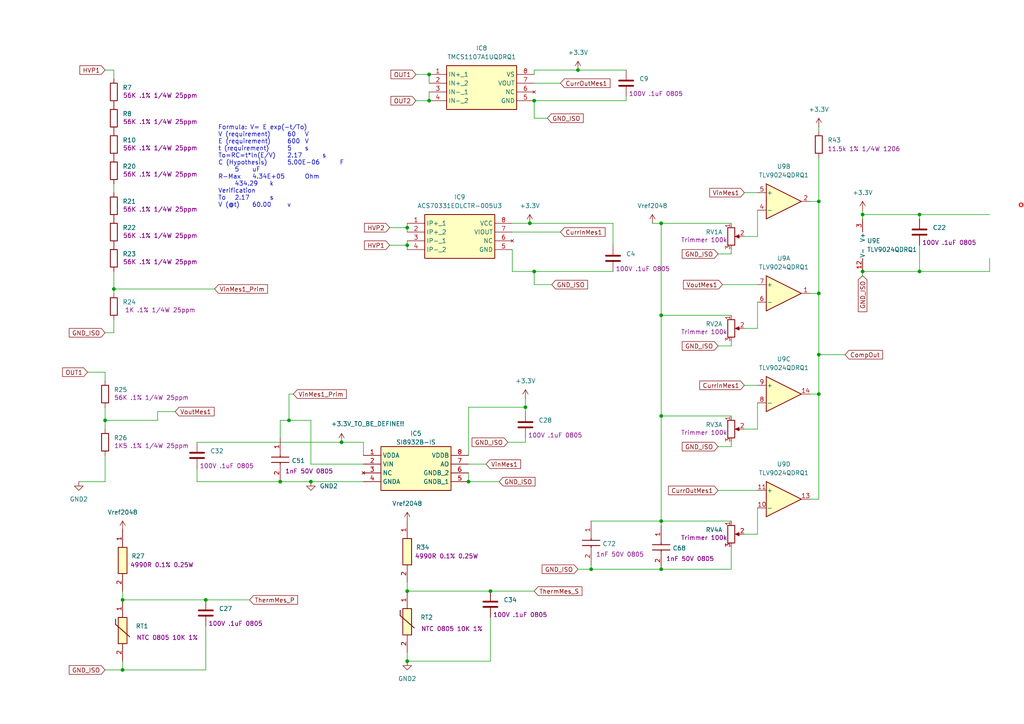
<source format=kicad_sch>
(kicad_sch (version 20250114) (generator "eeschema") (generator_version "9.0")
  (paper "A4")
  (lib_symbols
    (symbol "ACS70331EOLCTR-005U3:ACS70331EOLCTR-005U3"
      (property "Reference" "IC" (at 26.67 7.62 0))
      (property "Value" "ACS70331EOLCTR-005U3" (at 26.67 5.08 0))
      (symbol "ACS70331EOLCTR-005U3_1_1"
        (rectangle (start 5.08 2.54) (end 25.4 -10.16) (stroke (width 0.254)) (fill (type background)))
        (pin passive line (at 0 0 0) (length 5.08) (name "IP+_1") (number "1"))
        (pin passive line (at 0 -2.54 0) (length 5.08) (name "IP+_2") (number "2"))
        (pin passive line (at 0 -5.08 0) (length 5.08) (name "IP-_1") (number "3"))
        (pin passive line (at 0 -7.62 0) (length 5.08) (name "IP-_2") (number "4"))
        (pin passive line (at 30.48 0 180) (length 5.08) (name "VCC") (number "8"))
        (pin passive line (at 30.48 -2.54 180) (length 5.08) (name "VIOUT") (number "7"))
        (pin no_connect line (at 30.48 -5.08 180) (length 5.08) (name "NC") (number "6"))
        (pin passive line (at 30.48 -7.62 180) (length 5.08) (name "GND") (number "5"))
      )
    )
    (symbol "C0805C102J5GACTU:C0805C102J5GACTU" (pin_names (hide yes))
      (property "Reference" "C" (at 8.89 6.35 0))
      (property "Value" "C0805C102J5GACTU" (at 8.89 3.81 0))
      (symbol "C0805C102J5GACTU_1_1"
        (polyline (pts (xy 5.08 0) (xy 5.588 0)) (stroke (width 0.254)))
        (polyline (pts (xy 5.588 2.54) (xy 5.588 -2.54)) (stroke (width 0.254)))
        (polyline (pts (xy 7.112 2.54) (xy 7.112 -2.54)) (stroke (width 0.254)))
        (polyline (pts (xy 7.112 0) (xy 7.62 0)) (stroke (width 0.254)))
        (pin passive line (at 0 0 0) (length 5.08) (name "1") (number "1"))
        (pin passive line (at 12.7 0 180) (length 5.08) (name "2") (number "2"))
      )
    )
    (symbol "Device:C" (pin_numbers (hide yes)) (pin_names (offset 0.254))
      (property "Reference" "C" (at 0.635 2.54 0))
      (property "Value" "C" (at 0.635 -2.54 0))
      (symbol "C_0_1"
        (polyline (pts (xy -2.032 0.762) (xy 2.032 0.762)) (stroke (width 0.508)))
        (polyline (pts (xy -2.032 -0.762) (xy 2.032 -0.762)) (stroke (width 0.508)))
      )
      (symbol "C_1_1"
        (pin passive line (at 0 3.81 270) (length 2.794) (name "~") (number "1"))
        (pin passive line (at 0 -3.81 90) (length 2.794) (name "~") (number "2"))
      )
    )
    (symbol "Device:R" (pin_numbers (hide yes)) (pin_names (offset 0))
      (property "Reference" "R" (at 2.032 0 90))
      (property "Value" "R" (at 0 0 90))
      (symbol "R_0_1"
        (rectangle (start -1.016 -2.54) (end 1.016 2.54) (stroke (width 0.254)))
      )
      (symbol "R_1_1"
        (pin passive line (at 0 3.81 270) (length 1.27) (name "~") (number "1"))
        (pin passive line (at 0 -3.81 90) (length 1.27) (name "~") (number "2"))
      )
    )
    (symbol "Device:R_Potentiometer_Dual_Separate" (pin_names (offset 1.016) (hide yes))
      (property "Reference" "RV" (at -4.445 0 90))
      (property "Value" "R_Potentiometer_Dual_Separate" (at -2.54 0 90))
      (symbol "R_Potentiometer_Dual_Separate_0_1"
        (rectangle (start 1.016 2.54) (end -1.016 -2.54) (stroke (width 0.254)))
        (polyline (pts (xy 1.143 0) (xy 2.286 0.508) (xy 2.286 -0.508) (xy 1.143 0)) (fill (type outline)))
        (polyline (pts (xy 2.54 0) (xy 1.524 0)))
      )
      (symbol "R_Potentiometer_Dual_Separate_1_1"
        (pin passive line (at 0 3.81 270) (length 1.27) (name "1") (number "1"))
        (pin passive line (at 0 -3.81 90) (length 1.27) (name "3") (number "3"))
        (pin passive line (at 3.81 0 180) (length 1.27) (name "2") (number "2"))
      )
      (symbol "R_Potentiometer_Dual_Separate_2_1"
        (pin passive line (at 0 3.81 270) (length 1.27) (name "4") (number "4"))
        (pin passive line (at 0 -3.81 90) (length 1.27) (name "6") (number "6"))
        (pin passive line (at 3.81 0 180) (length 1.27) (name "5") (number "5"))
      )
    )
    (symbol "New_Library:TLV9024QDRQ1" (pin_names (offset 0.127))
      (property "Reference" "U" (at 0 5.08 0))
      (property "Value" "TLV9024QDRQ1" (at 0 -5.08 0))
      (symbol "TLV9024QDRQ1_1_1"
        (polyline (pts (xy -5.08 5.08) (xy 5.08 0) (xy -5.08 -5.08) (xy -5.08 5.08)) (stroke (width 0.254)) (fill (type background)))
        (pin input line (at -7.62 2.54 0) (length 2.54) (name "+") (number "7"))
        (pin input line (at -7.62 -2.54 0) (length 2.54) (name "-") (number "6"))
        (pin output line (at 7.62 0 180) (length 2.54) (name "~") (number "1"))
      )
      (symbol "TLV9024QDRQ1_2_1"
        (polyline (pts (xy -5.08 5.08) (xy 5.08 0) (xy -5.08 -5.08) (xy -5.08 5.08)) (stroke (width 0.254)) (fill (type background)))
        (pin input line (at -7.62 2.54 0) (length 2.54) (name "+") (number "5"))
        (pin input line (at -7.62 -2.54 0) (length 2.54) (name "-") (number "4"))
        (pin output line (at 7.62 0 180) (length 2.54) (name "~") (number "2"))
      )
      (symbol "TLV9024QDRQ1_3_1"
        (polyline (pts (xy -5.08 5.08) (xy 5.08 0) (xy -5.08 -5.08) (xy -5.08 5.08)) (stroke (width 0.254)) (fill (type background)))
        (pin input line (at -7.62 2.54 0) (length 2.54) (name "+") (number "9"))
        (pin input line (at -7.62 -2.54 0) (length 2.54) (name "-") (number "8"))
        (pin output line (at 7.62 0 180) (length 2.54) (name "~") (number "14"))
      )
      (symbol "TLV9024QDRQ1_4_1"
        (polyline (pts (xy -5.08 5.08) (xy 5.08 0) (xy -5.08 -5.08) (xy -5.08 5.08)) (stroke (width 0.254)) (fill (type background)))
        (pin input line (at -7.62 2.54 0) (length 2.54) (name "+") (number "11"))
        (pin input line (at -7.62 -2.54 0) (length 2.54) (name "-") (number "10"))
        (pin output line (at 7.62 0 180) (length 2.54) (name "~") (number "13"))
      )
      (symbol "TLV9024QDRQ1_5_1"
        (pin power_in line (at -2.54 7.62 270) (length 3.81) (name "V+") (number "3"))
        (pin power_in line (at -2.54 -7.62 90) (length 3.81) (name "V-") (number "12"))
      )
    )
    (symbol "RN73R2BTTD4991B25:RN73R2BTTD4991B25" (pin_names (hide yes))
      (property "Reference" "R" (at 13.97 6.35 0))
      (property "Value" "RN73R2BTTD4991B25" (at 13.97 3.81 0))
      (symbol "RN73R2BTTD4991B25_1_1"
        (rectangle (start 5.08 1.27) (end 12.7 -1.27) (stroke (width 0.254)) (fill (type background)))
        (pin passive line (at 0 0 0) (length 5.08) (name "1") (number "1"))
        (pin passive line (at 17.78 0 180) (length 5.08) (name "2") (number "2"))
      )
    )
    (symbol "SI8932B-IS:SI8932B-IS"
      (property "Reference" "IC" (at 26.67 7.62 0))
      (property "Value" "SI8932B-IS" (at 26.67 5.08 0))
      (symbol "SI8932B-IS_1_1"
        (rectangle (start 5.08 2.54) (end 25.4 -10.16) (stroke (width 0.254)) (fill (type background)))
        (pin passive line (at 0 0 0) (length 5.08) (name "VDDA") (number "1"))
        (pin passive line (at 0 -2.54 0) (length 5.08) (name "VIN") (number "2"))
        (pin no_connect line (at 0 -5.08 0) (length 5.08) (name "NC") (number "3"))
        (pin passive line (at 0 -7.62 0) (length 5.08) (name "GNDA") (number "4"))
        (pin passive line (at 30.48 0 180) (length 5.08) (name "VDDB") (number "8"))
        (pin passive line (at 30.48 -2.54 180) (length 5.08) (name "AO") (number "7"))
        (pin passive line (at 30.48 -5.08 180) (length 5.08) (name "GNDB_2") (number "6"))
        (pin passive line (at 30.48 -7.62 180) (length 5.08) (name "GNDB_1") (number "5"))
      )
    )
    (symbol "TMCS1107A4UQDRQ1:TMCS1107A4UQDRQ1"
      (property "Reference" "IC" (at 26.67 7.62 0))
      (property "Value" "TMCS1107A4UQDRQ1" (at 26.67 5.08 0))
      (symbol "TMCS1107A4UQDRQ1_1_1"
        (rectangle (start 5.08 2.54) (end 25.4 -10.16) (stroke (width 0.254)) (fill (type background)))
        (pin passive line (at 0 0 0) (length 5.08) (name "IN+_1") (number "1"))
        (pin passive line (at 0 -2.54 0) (length 5.08) (name "IN+_2") (number "2"))
        (pin passive line (at 0 -5.08 0) (length 5.08) (name "IN-_1") (number "3"))
        (pin passive line (at 0 -7.62 0) (length 5.08) (name "IN-_2") (number "4"))
        (pin passive line (at 30.48 0 180) (length 5.08) (name "VS") (number "8"))
        (pin passive line (at 30.48 -2.54 180) (length 5.08) (name "VOUT") (number "7"))
        (pin no_connect line (at 30.48 -5.08 180) (length 5.08) (name "NC") (number "6"))
        (pin passive line (at 30.48 -7.62 180) (length 5.08) (name "GND") (number "5"))
      )
    )
    (symbol "TX08F103F3435ER:TX08F103F3435ER" (pin_names (hide yes))
      (property "Reference" "RT" (at 13.97 6.35 0))
      (property "Value" "TX08F103F3435ER" (at 13.97 3.81 0))
      (symbol "TX08F103F3435ER_1_1"
        (rectangle (start 5.08 1.27) (end 12.7 -1.27) (stroke (width 0.254)) (fill (type background)))
        (polyline (pts (xy 5.588 -2.032) (xy 7.112 -2.032)) (stroke (width 0.254)))
        (polyline (pts (xy 10.668 2.032) (xy 7.112 -2.032)) (stroke (width 0.254)))
        (pin passive line (at 0 0 0) (length 5.08) (name "1") (number "1"))
        (pin passive line (at 17.78 0 180) (length 5.08) (name "2") (number "2"))
      )
    )
    (symbol "power:+3V0" (power) (pin_numbers (hide yes)) (pin_names (offset 0) (hide yes))
      (property "Value" "+3V0" (at 0 3.556 0))
      (symbol "+3V0_0_1"
        (polyline (pts (xy -0.762 1.27) (xy 0 2.54)))
        (polyline (pts (xy 0 2.54) (xy 0.762 1.27)))
        (polyline (pts (xy 0 0) (xy 0 2.54)))
      )
      (symbol "+3V0_1_1"
        (pin power_in line (at 0 0 90) (length 0) (name "~") (number "1"))
      )
    )
    (symbol "power:+5V" (power) (pin_numbers (hide yes)) (pin_names (offset 0) (hide yes))
      (property "Value" "+5V" (at 0 3.556 0))
      (symbol "+5V_0_1"
        (polyline (pts (xy -0.762 1.27) (xy 0 2.54)))
        (polyline (pts (xy 0 2.54) (xy 0.762 1.27)))
        (polyline (pts (xy 0 0) (xy 0 2.54)))
      )
      (symbol "+5V_1_1"
        (pin power_in line (at 0 0 90) (length 0) (name "~") (number "1"))
      )
    )
    (symbol "power:GND2" (power) (pin_numbers (hide yes)) (pin_names (offset 0) (hide yes))
      (property "Value" "GND2" (at 0 -3.81 0))
      (symbol "GND2_0_1"
        (polyline (pts (xy 0 0) (xy 0 -1.27) (xy 1.27 -1.27) (xy 0 -2.54) (xy -1.27 -1.27) (xy 0 -1.27)))
      )
      (symbol "GND2_1_1"
        (pin power_in line (at 0 0 270) (length 0) (name "~") (number "1"))
      )
    )
  )
  (text "Example of charging power\nOUT I\nACS770LCB-100U \nUni 100A 40mV/A 4800VAC 1min\nVcc = 5V\n22kW/250V= 88A, 22kW/300=73A\nOCP is around 4.033V 4.194V => (4.033+4.194)/2=4113.5mV (102.8A)\nIoutNom = 70A (DJC)\nVoltage range nominal (0,500v) 2%\n102/70= 1.45\n\nProposition prim \nACS70331EOLCTR-005U3\n5A uniderectional, 3.3V, 400mV/A, SOIC 8, very simple \n2euros mouser \nSpec 1200/360=3.33A\n5A/3.33A= 1.5\nout 0 to 3V (perfect)\nOR \nTMCS1107A4U \n3euros mouser \n10A\n\n\nSecondary 1200/42=28.57A \n(target 1.5 = 43A check 45 or 50A)\nTMCS1107A2UQDR \n100mV/A 3.3V\nsimple \nif you want more current \ncheck \nTMCS1107A1U\n86A Uniderectional \n43A \nmouser 2.96euros " (at 330.708 83.566 0) (effects (font (size 1.27 1.27) (bold yes))))
  (text "Formula: V= E exp(-t/To)		\nV (requirement)	60	V\nE (requirement)	600	V\nt (requirement)	5	s\nTo=RC=t*ln(E/V)	2.17	s\nC (Hypothesis)	5.00E-06	F\n	5	uF\nR-Max 	4.34E+05	Ohm \n	434.29	k\nVerification 		\nTo 	2.17	s\nV (@t)	60.00	v\n" (at 63.246 36.322 0) (effects (font (size 1.27 1.27)) (justify left top)))
  (junction (at 191.77 151.13))
  (junction (at 191.77 165.1))
  (junction (at 35.56 194.31))
  (junction (at 250.19 62.23))
  (junction (at 266.7 78.74))
  (junction (at 237.49 58.42))
  (junction (at 250.19 78.74))
  (junction (at 191.77 64.77))
  (junction (at 124.46 21.59))
  (junction (at 83.82 121.92))
  (junction (at 124.46 29.21))
  (junction (at 30.48 121.92))
  (junction (at 266.7 62.23))
  (junction (at 118.11 71.12))
  (junction (at 35.56 173.99))
  (junction (at 142.24 171.45))
  (junction (at 154.94 29.21))
  (junction (at 118.11 171.45))
  (junction (at 237.49 114.3))
  (junction (at 135.89 139.7))
  (junction (at 118.11 191.77))
  (junction (at 191.77 120.65))
  (junction (at 237.49 102.87))
  (junction (at 152.4 118.11))
  (junction (at 33.02 83.82))
  (junction (at 90.17 139.7))
  (junction (at 59.69 173.99))
  (junction (at 118.11 66.04))
  (junction (at 81.28 139.7))
  (junction (at 167.64 20.32))
  (junction (at 191.77 91.44))
  (junction (at 171.45 165.1))
  (junction (at 153.67 64.77))
  (junction (at 154.94 78.74))
  (junction (at 237.49 85.09))
  (junction (at 99.06 128.27))
  (wire (pts (xy 154.94 34.29) (xy 154.94 29.21)))
  (wire (pts (xy 135.89 118.11) (xy 152.4 118.11)))
  (wire (pts (xy 81.28 121.92) (xy 83.82 121.92)))
  (wire (pts (xy 35.56 173.99) (xy 59.69 173.99)))
  (wire (pts (xy 208.28 73.66) (xy 212.09 73.66)))
  (wire (pts (xy 191.77 91.44) (xy 212.09 91.44)))
  (wire (pts (xy 99.06 128.27) (xy 105.41 128.27)))
  (wire (pts (xy 90.17 139.7) (xy 105.41 139.7)))
  (wire (pts (xy 135.89 139.7) (xy 144.78 139.7)))
  (wire (pts (xy 30.48 121.92) (xy 30.48 124.46)))
  (wire (pts (xy 237.49 58.42) (xy 237.49 85.09)))
  (wire (pts (xy 135.89 134.62) (xy 140.97 134.62)))
  (wire (pts (xy 30.48 132.08) (xy 30.48 139.7)))
  (wire (pts (xy 152.4 115.57) (xy 152.4 118.11)))
  (wire (pts (xy 35.56 171.45) (xy 35.56 173.99)))
  (wire (pts (xy 135.89 137.16) (xy 135.89 139.7)))
  (wire (pts (xy 118.11 69.85) (xy 118.11 71.12)))
  (wire (pts (xy 154.94 20.32) (xy 167.64 20.32)))
  (wire (pts (xy 208.28 129.54) (xy 212.09 129.54)))
  (wire (pts (xy 118.11 66.04) (xy 118.11 67.31)))
  (wire (pts (xy 237.49 102.87) (xy 237.49 85.09)))
  (wire (pts (xy 212.09 165.1) (xy 212.09 158.75)))
  (wire (pts (xy 120.65 21.59) (xy 124.46 21.59)))
  (wire (pts (xy 158.75 34.29) (xy 154.94 34.29)))
  (wire (pts (xy 118.11 71.12) (xy 118.11 72.39)))
  (wire (pts (xy 154.94 20.32) (xy 154.94 21.59)))
  (wire (pts (xy 81.28 139.7) (xy 90.17 139.7)))
  (wire (pts (xy 152.4 119.38) (xy 152.4 118.11)))
  (wire (pts (xy 154.94 78.74) (xy 177.8 78.74)))
  (wire (pts (xy 105.41 132.08) (xy 105.41 128.27)))
  (wire (pts (xy 219.71 87.63) (xy 219.71 95.25)))
  (wire (pts (xy 22.86 139.7) (xy 30.48 139.7)))
  (wire (pts (xy 120.65 29.21) (xy 124.46 29.21)))
  (wire (pts (xy 219.71 68.58) (xy 215.9 68.58)))
  (wire (pts (xy 30.48 194.31) (xy 35.56 194.31)))
  (wire (pts (xy 191.77 64.77) (xy 191.77 91.44)))
  (wire (pts (xy 212.09 129.54) (xy 212.09 128.27)))
  (wire (pts (xy 153.67 64.77) (xy 177.8 64.77)))
  (wire (pts (xy 33.02 85.09) (xy 33.02 83.82)))
  (wire (pts (xy 147.32 128.27) (xy 152.4 128.27)))
  (wire (pts (xy 266.7 78.74) (xy 287.02 78.74)))
  (wire (pts (xy 30.48 110.49) (xy 30.48 107.95)))
  (wire (pts (xy 148.59 67.31) (xy 162.56 67.31)))
  (wire (pts (xy 219.71 60.96) (xy 219.71 68.58)))
  (wire (pts (xy 237.49 144.78) (xy 234.95 144.78)))
  (wire (pts (xy 171.45 163.83) (xy 171.45 165.1)))
  (wire (pts (xy 57.15 139.7) (xy 81.28 139.7)))
  (wire (pts (xy 154.94 29.21) (xy 181.61 29.21)))
  (wire (pts (xy 212.09 100.33) (xy 212.09 99.06)))
  (wire (pts (xy 234.95 114.3) (xy 237.49 114.3)))
  (wire (pts (xy 237.49 144.78) (xy 237.49 114.3)))
  (wire (pts (xy 191.77 120.65) (xy 212.09 120.65)))
  (wire (pts (xy 118.11 189.23) (xy 118.11 191.77)))
  (wire (pts (xy 191.77 165.1) (xy 212.09 165.1)))
  (wire (pts (xy 124.46 21.59) (xy 124.46 24.13)))
  (wire (pts (xy 208.28 100.33) (xy 212.09 100.33)))
  (wire (pts (xy 171.45 165.1) (xy 191.77 165.1)))
  (wire (pts (xy 191.77 91.44) (xy 191.77 120.65)))
  (wire (pts (xy 35.56 191.77) (xy 35.56 194.31)))
  (wire (pts (xy 234.95 85.09) (xy 237.49 85.09)))
  (wire (pts (xy 57.15 135.89) (xy 57.15 139.7)))
  (wire (pts (xy 266.7 71.12) (xy 266.7 78.74)))
  (wire (pts (xy 83.82 121.92) (xy 90.17 121.92)))
  (wire (pts (xy 135.89 118.11) (xy 135.89 132.08)))
  (wire (pts (xy 266.7 62.23) (xy 266.7 63.5)))
  (wire (pts (xy 181.61 27.94) (xy 181.61 29.21)))
  (wire (pts (xy 250.19 62.23) (xy 250.19 63.5)))
  (wire (pts (xy 59.69 181.61) (xy 59.69 194.31)))
  (wire (pts (xy 81.28 121.92) (xy 81.28 127)))
  (wire (pts (xy 215.9 95.25) (xy 219.71 95.25)))
  (wire (pts (xy 50.8 119.38) (xy 45.72 119.38)))
  (wire (pts (xy 154.94 24.13) (xy 162.56 24.13)))
  (wire (pts (xy 33.02 20.32) (xy 30.48 20.32)))
  (wire (pts (xy 171.45 151.13) (xy 191.77 151.13)))
  (wire (pts (xy 177.8 71.12) (xy 177.8 64.77)))
  (wire (pts (xy 118.11 64.77) (xy 118.11 66.04)))
  (wire (pts (xy 33.02 96.52) (xy 33.02 92.71)))
  (wire (pts (xy 237.49 45.72) (xy 237.49 58.42)))
  (wire (pts (xy 25.4 107.95) (xy 30.48 107.95)))
  (wire (pts (xy 152.4 128.27) (xy 152.4 127)))
  (wire (pts (xy 33.02 78.74) (xy 33.02 83.82)))
  (wire (pts (xy 212.09 73.66) (xy 212.09 72.39)))
  (wire (pts (xy 215.9 55.88) (xy 219.71 55.88)))
  (wire (pts (xy 148.59 64.77) (xy 153.67 64.77)))
  (wire (pts (xy 160.02 82.55) (xy 154.94 82.55)))
  (wire (pts (xy 124.46 26.67) (xy 124.46 29.21)))
  (wire (pts (xy 191.77 64.77) (xy 212.09 64.77)))
  (wire (pts (xy 209.55 82.55) (xy 219.71 82.55)))
  (wire (pts (xy 35.56 194.31) (xy 59.69 194.31)))
  (wire (pts (xy 33.02 22.86) (xy 33.02 20.32)))
  (wire (pts (xy 118.11 171.45) (xy 142.24 171.45)))
  (wire (pts (xy 118.11 168.91) (xy 118.11 171.45)))
  (wire (pts (xy 189.23 64.77) (xy 191.77 64.77)))
  (wire (pts (xy 33.02 83.82) (xy 62.23 83.82)))
  (wire (pts (xy 191.77 151.13) (xy 212.09 151.13)))
  (wire (pts (xy 167.64 20.32) (xy 181.61 20.32)))
  (wire (pts (xy 30.48 121.92) (xy 45.72 121.92)))
  (wire (pts (xy 191.77 120.65) (xy 191.77 151.13)))
  (wire (pts (xy 148.59 72.39) (xy 148.59 78.74)))
  (wire (pts (xy 85.09 114.3) (xy 83.82 114.3)))
  (wire (pts (xy 118.11 191.77) (xy 142.24 191.77)))
  (wire (pts (xy 142.24 171.45) (xy 154.94 171.45)))
  (wire (pts (xy 250.19 62.23) (xy 266.7 62.23)))
  (wire (pts (xy 237.49 36.83) (xy 237.49 38.1)))
  (wire (pts (xy 250.19 60.96) (xy 250.19 62.23)))
  (wire (pts (xy 148.59 78.74) (xy 154.94 78.74)))
  (wire (pts (xy 30.48 118.11) (xy 30.48 121.92)))
  (wire (pts (xy 30.48 96.52) (xy 33.02 96.52)))
  (wire (pts (xy 266.7 62.23) (xy 287.02 62.23)))
  (wire (pts (xy 33.02 55.88) (xy 33.02 53.34)))
  (wire (pts (xy 250.19 78.74) (xy 266.7 78.74)))
  (wire (pts (xy 45.72 119.38) (xy 45.72 121.92)))
  (wire (pts (xy 219.71 124.46) (xy 215.9 124.46)))
  (wire (pts (xy 215.9 111.76) (xy 219.71 111.76)))
  (wire (pts (xy 250.19 80.01) (xy 250.19 78.74)))
  (wire (pts (xy 59.69 173.99) (xy 72.39 173.99)))
  (wire (pts (xy 154.94 82.55) (xy 154.94 78.74)))
  (wire (pts (xy 219.71 116.84) (xy 219.71 124.46)))
  (wire (pts (xy 167.64 165.1) (xy 171.45 165.1)))
  (wire (pts (xy 90.17 134.62) (xy 105.41 134.62)))
  (wire (pts (xy 191.77 151.13) (xy 191.77 152.4)))
  (wire (pts (xy 237.49 102.87) (xy 245.11 102.87)))
  (wire (pts (xy 287.02 74.93) (xy 287.02 78.74)))
  (wire (pts (xy 234.95 58.42) (xy 237.49 58.42)))
  (wire (pts (xy 113.03 71.12) (xy 118.11 71.12)))
  (wire (pts (xy 237.49 114.3) (xy 237.49 102.87)))
  (wire (pts (xy 208.28 142.24) (xy 219.71 142.24)))
  (wire (pts (xy 113.03 66.04) (xy 118.11 66.04)))
  (wire (pts (xy 57.15 128.27) (xy 99.06 128.27)))
  (wire (pts (xy 142.24 179.07) (xy 142.24 191.77)))
  (wire (pts (xy 219.71 147.32) (xy 219.71 154.94)))
  (wire (pts (xy 83.82 114.3) (xy 83.82 121.92)))
  (wire (pts (xy 219.71 154.94) (xy 215.9 154.94)))
  (wire (pts (xy 90.17 134.62) (xy 90.17 121.92)))
  (global_label "GND_ISO" (shape input) (at 30.48 96.52 180) (property "Intersheetrefs" "${INTERSHEET_REFS}" (effects (hide yes))))
  (global_label "VoutMes1" (shape input) (at 209.55 82.55 180) (property "Intersheetrefs" "${INTERSHEET_REFS}" (effects (hide yes))))
  (global_label "GND_ISO" (shape input) (at 208.28 100.33 180) (property "Intersheetrefs" "${INTERSHEET_REFS}" (effects (hide yes))))
  (global_label "HVP1" (shape input) (at 113.03 71.12 180) (property "Intersheetrefs" "${INTERSHEET_REFS}" (effects (hide yes))))
  (global_label "VoutMes1" (shape input) (at 50.8 119.38 0) (property "Intersheetrefs" "${INTERSHEET_REFS}" (effects (hide yes))))
  (global_label "OUT1" (shape input) (at 25.4 107.95 180) (property "Intersheetrefs" "${INTERSHEET_REFS}" (effects (hide yes))))
  (global_label "VinMes1_Prim" (shape input) (at 85.09 114.3 0) (property "Intersheetrefs" "${INTERSHEET_REFS}" (effects (hide yes))))
  (global_label "VinMes1_Prim" (shape input) (at 62.23 83.82 0) (property "Intersheetrefs" "${INTERSHEET_REFS}" (effects (hide yes))))
  (global_label "HVP2" (shape input) (at 113.03 66.04 180) (property "Intersheetrefs" "${INTERSHEET_REFS}" (effects (hide yes))))
  (global_label "GND_ISO" (shape input) (at 30.48 194.31 180) (property "Intersheetrefs" "${INTERSHEET_REFS}" (effects (hide yes))))
  (global_label "CurrInMes1" (shape input) (at 162.56 67.31 0) (property "Intersheetrefs" "${INTERSHEET_REFS}" (effects (hide yes))))
  (global_label "CurrOutMes1" (shape input) (at 162.56 24.13 0) (property "Intersheetrefs" "${INTERSHEET_REFS}" (effects (hide yes))))
  (global_label "GND_ISO" (shape input) (at 147.32 128.27 180) (property "Intersheetrefs" "${INTERSHEET_REFS}" (effects (hide yes))))
  (global_label "VinMes1" (shape input) (at 140.97 134.62 0) (property "Intersheetrefs" "${INTERSHEET_REFS}" (effects (hide yes))))
  (global_label "OUT1" (shape input) (at 120.65 21.59 180) (property "Intersheetrefs" "${INTERSHEET_REFS}" (effects (hide yes))))
  (global_label "GND_ISO" (shape input) (at 208.28 73.66 180) (property "Intersheetrefs" "${INTERSHEET_REFS}" (effects (hide yes))))
  (global_label "CurrInMes1" (shape input) (at 215.9 111.76 180) (property "Intersheetrefs" "${INTERSHEET_REFS}" (effects (hide yes))))
  (global_label "GND_ISO" (shape input) (at 158.75 34.29 0) (property "Intersheetrefs" "${INTERSHEET_REFS}" (effects (hide yes))))
  (global_label "ThermMes_P" (shape input) (at 72.39 173.99 0) (property "Intersheetrefs" "${INTERSHEET_REFS}" (effects (hide yes))))
  (global_label "GND_ISO" (shape input) (at 250.19 80.01 270) (property "Intersheetrefs" "${INTERSHEET_REFS}" (effects (hide yes))))
  (global_label "GND_ISO" (shape input) (at 160.02 82.55 0) (property "Intersheetrefs" "${INTERSHEET_REFS}" (effects (hide yes))))
  (global_label "HVP1" (shape input) (at 30.48 20.32 180) (property "Intersheetrefs" "${INTERSHEET_REFS}" (effects (hide yes))))
  (global_label "GND_ISO" (shape input) (at 144.78 139.7 0) (property "Intersheetrefs" "${INTERSHEET_REFS}" (effects (hide yes))))
  (global_label "VinMes1" (shape input) (at 215.9 55.88 180) (property "Intersheetrefs" "${INTERSHEET_REFS}" (effects (hide yes))))
  (global_label "CompOut" (shape input) (at 245.11 102.87 0) (property "Intersheetrefs" "${INTERSHEET_REFS}" (effects (hide yes))))
  (global_label "GND_ISO" (shape input) (at 208.28 129.54 180) (property "Intersheetrefs" "${INTERSHEET_REFS}" (effects (hide yes))))
  (global_label "OUT2" (shape input) (at 120.65 29.21 180) (property "Intersheetrefs" "${INTERSHEET_REFS}" (effects (hide yes))))
  (global_label "GND_ISO" (shape input) (at 167.64 165.1 180) (property "Intersheetrefs" "${INTERSHEET_REFS}" (effects (hide yes))))
  (global_label "CurrOutMes1" (shape input) (at 208.28 142.24 180) (property "Intersheetrefs" "${INTERSHEET_REFS}" (effects (hide yes))))
  (global_label "ThermMes_S" (shape input) (at 154.94 171.45 0) (property "Intersheetrefs" "${INTERSHEET_REFS}" (effects (hide yes))))
  (symbol (lib_id "Device:R") (at 33.02 41.91 0) (unit 1)
    (property "Reference" "R10" (at 35.56 40.6399 0) (effects (justify left)))
    (property "Value" "RT1206BRD0756KL" (effects (hide yes)))
    (property "Footprint" "Resistor_SMD:R_1206_3216Metric" (effects (hide yes)))
    (property "Datasheet" "https://www.mouser.fr/datasheet/3/508/1/PYu-RT_1-to-0.01_RoHS_L_15.pdf" (effects (hide yes)))
    (property "Description" "56K .1% 1/4W 25ppm" (at 46.482 42.926 0))
    (property "Mouser Part Number" "603-RT1206BRD0756KL" (effects (hide yes)))
    (property "Manufacturer_Name " "YAGEO" (effects (hide yes)))
    (property "Manufacturer_Part_Number" "RT1206BRD0756KL" (effects (hide yes)))
  )
  (symbol (lib_id "Device:R_Potentiometer_Dual_Separate") (at 212.09 68.58 0) (unit 1)
    (property "Reference" "RV1" (at 209.55 67.3099 0) (effects (justify right)))
    (property "Footprint" "New_Linrary:RV_precision" (effects (hide yes)))
    (property "Description" "Trimmer 100k" (at 204.216 69.596 0))
  )
  (symbol (lib_id "RN73R2BTTD4991B25:RN73R2BTTD4991B25") (at 118.11 151.13 270) (unit 1)
    (property "Reference" "R34" (at 120.65 158.7499 90) (effects (justify left)))
    (property "Value" "RN73R2BTTD4991B25" (effects (hide yes)))
    (property "Footprint" "RN73R2BTTD4991B25:RESC3216X70N" (effects (hide yes)))
    (property "Datasheet" "https://www.koaspeer.com/pdfs/RN73R.pdf" (effects (hide yes)))
    (property "Description" "4990R 0.1% 0.25W" (at 129.54 161.29 90))
    (property "Height" "0.7" (effects (hide yes)))
    (property "Mouser Part Number" "660-RN73R2BTD4991B25" (effects (hide yes)))
    (property "Mouser Price/Stock" "https://www.mouser.co.uk/ProductDetail/KOA-Speer/RN73R2BTTD4991B25?qs=2WXlatMagcEhNVuIYxDXww%3D%3D" (effects (hide yes)))
    (property "Manufacturer_Name" "KOA Speer" (effects (hide yes)))
    (property "Manufacturer_Part_Number" "RN73R2BTTD4991B25" (effects (hide yes)))
  )
  (symbol (lib_id "Device:R_Potentiometer_Dual_Separate") (at 212.09 154.94 0) (unit 1)
    (property "Reference" "RV4" (at 209.55 153.6699 0) (effects (justify right)))
    (property "Footprint" "New_Linrary:RV_precision" (effects (hide yes)))
    (property "Description" "Trimmer 100k" (at 204.216 155.956 0))
  )
  (symbol (lib_id "Device:C") (at 59.69 177.8 0) (unit 1)
    (property "Reference" "C27" (at 63.5 176.5299 0) (effects (justify left)))
    (property "Value" "SH21B104K101CT" (effects (hide yes)))
    (property "Footprint" "Capacitor_SMD:C_0805_2012Metric" (effects (hide yes)))
    (property "Datasheet" "https://www.mouser.fr/datasheet/3/317/1/WTC_MLCC_Soft_term_SH.pdf" (effects (hide yes)))
    (property "Description" "100V .1uF 0805" (at 68.326 180.848 0))
    (property "Manufacturer_Name" "Walsin" (effects (hide yes)))
    (property "Manufacturer_Part_Number " "SH21B104K101CT" (effects (hide yes)))
    (property "Mouser Part Number" "791-SH21B104K101CT" (effects (hide yes)))
  )
  (symbol (lib_id "Device:R") (at 33.02 74.93 0) (unit 1)
    (property "Reference" "R23" (at 35.56 73.6599 0) (effects (justify left)))
    (property "Value" "RT1206BRD0756KL" (effects (hide yes)))
    (property "Footprint" "Resistor_SMD:R_1206_3216Metric" (effects (hide yes)))
    (property "Datasheet" "https://www.mouser.fr/datasheet/3/508/1/PYu-RT_1-to-0.01_RoHS_L_15.pdf" (effects (hide yes)))
    (property "Description" "56K .1% 1/4W 25ppm" (at 46.482 75.946 0))
    (property "Mouser Part Number" "603-RT1206BRD0756KL" (effects (hide yes)))
    (property "Manufacturer_Name " "YAGEO" (effects (hide yes)))
    (property "Manufacturer_Part_Number" "RT1206BRD0756KL" (effects (hide yes)))
  )
  (symbol (lib_id "power:+5V") (at 99.06 128.27 0) (unit 1)
    (property "Reference" "#PWR042" (effects (hide yes)))
    (property "Value" "+3.3V_TO_BE_DEFINE!!" (at 96.012 122.936 0) (effects (justify left)))
    (property "Description" "Power symbol creates a global label with name \"+5V\"" (effects (hide yes)))
  )
  (symbol (lib_id "Device:C") (at 181.61 24.13 0) (unit 1)
    (property "Reference" "C9" (at 185.42 22.8599 0) (effects (justify left)))
    (property "Value" "SH21B104K101CT" (effects (hide yes)))
    (property "Footprint" "Capacitor_SMD:C_0805_2012Metric" (effects (hide yes)))
    (property "Datasheet" "https://www.mouser.fr/datasheet/3/317/1/WTC_MLCC_Soft_term_SH.pdf" (effects (hide yes)))
    (property "Description" "100V .1uF 0805" (at 190.246 27.178 0))
    (property "Manufacturer_Name" "Walsin" (effects (hide yes)))
    (property "Manufacturer_Part_Number " "SH21B104K101CT" (effects (hide yes)))
    (property "Mouser Part Number" "791-SH21B104K101CT" (effects (hide yes)))
  )
  (symbol (lib_id "Device:C") (at 152.4 123.19 0) (unit 1)
    (property "Reference" "C28" (at 156.21 121.9199 0) (effects (justify left)))
    (property "Value" "SH21B104K101CT" (effects (hide yes)))
    (property "Footprint" "Capacitor_SMD:C_0805_2012Metric" (effects (hide yes)))
    (property "Datasheet" "https://www.mouser.fr/datasheet/3/317/1/WTC_MLCC_Soft_term_SH.pdf" (effects (hide yes)))
    (property "Description" "100V .1uF 0805" (at 161.036 126.238 0))
    (property "Manufacturer_Name" "Walsin" (effects (hide yes)))
    (property "Manufacturer_Part_Number " "SH21B104K101CT" (effects (hide yes)))
    (property "Mouser Part Number" "791-SH21B104K101CT" (effects (hide yes)))
  )
  (symbol (lib_id "New_Library:TLV9024QDRQ1") (at 252.73 71.12 0) (unit 5)
    (property "Reference" "U9" (at 251.46 69.8499 0) (effects (justify left)))
    (property "Value" "TLV9024QDRQ1" (at 251.46 72.3899 0) (effects (justify left)))
    (property "Footprint" "Package_SO:SOIC-14_3.9x8.7mm_P1.27mm" (effects (hide yes)))
    (property "Datasheet" "https://www.ti.com/lit/ds/symlink/tlv9022-q1.pdf" (effects (hide yes)))
    (property "Description" "Quad channel comparators, SOIC-14" (effects (hide yes)))
    (property "Mouser Part Number" "595-TLV9024QDRQ1" (effects (hide yes)))
    (property "Manufacturer_Name " "Texas Instruments" (effects (hide yes)))
    (property "Manufacturer_Part_Number " " TLV9024QDRQ1" (effects (hide yes)))
  )
  (symbol (lib_id "power:+3V0") (at 118.11 151.13 0) (mirror y) (unit 1)
    (property "Reference" "#PWR033" (effects (hide yes)))
    (property "Value" "Vref2048" (at 118.11 146.05 0))
    (property "Description" "Power symbol creates a global label with name \"+3V0\"" (effects (hide yes)))
  )
  (symbol (lib_id "Device:R") (at 33.02 67.31 0) (unit 1)
    (property "Reference" "R22" (at 35.56 66.0399 0) (effects (justify left)))
    (property "Value" "RT1206BRD0756KL" (effects (hide yes)))
    (property "Footprint" "Resistor_SMD:R_1206_3216Metric" (effects (hide yes)))
    (property "Datasheet" "https://www.mouser.fr/datasheet/3/508/1/PYu-RT_1-to-0.01_RoHS_L_15.pdf" (effects (hide yes)))
    (property "Description" "56K .1% 1/4W 25ppm" (at 46.482 68.326 0))
    (property "Mouser Part Number" "603-RT1206BRD0756KL" (effects (hide yes)))
    (property "Manufacturer_Name " "YAGEO" (effects (hide yes)))
    (property "Manufacturer_Part_Number" "RT1206BRD0756KL" (effects (hide yes)))
  )
  (symbol (lib_id "ACS70331EOLCTR-005U3:ACS70331EOLCTR-005U3") (at 118.11 64.77 0) (unit 1)
    (property "Reference" "IC9" (at 133.35 57.15 0))
    (property "Value" "ACS70331EOLCTR-005U3" (at 133.35 59.69 0))
    (property "Footprint" "ACS70331EOLCTR-005U3:SOIC127P600X175-8N" (effects (hide yes)))
    (property "Datasheet" "https://www.allegromicro.com/-/media/files/datasheets/acs70331-datasheet.ashx" (effects (hide yes)))
    (property "Description" "High Sensitivity, Gmr-Based Current Sensor IC" (effects (hide yes)))
    (property "Height" "1.75" (effects (hide yes)))
    (property "Mouser Part Number" "250-70331EOLCTR005U3" (effects (hide yes)))
    (property "Mouser Price/Stock" "https://www.mouser.co.uk/ProductDetail/Allegro-MicroSystems/ACS70331EOLCTR-005U3?qs=pUKx8fyJudDz9FJ7uQ14Rw%3D%3D" (effects (hide yes)))
    (property "Manufacturer_Name" "Allegro Microsystems" (effects (hide yes)))
    (property "Manufacturer_Part_Number" "ACS70331EOLCTR-005U3" (effects (hide yes)))
  )
  (symbol (lib_id "Device:R_Potentiometer_Dual_Separate") (at 212.09 95.25 0) (unit 1)
    (property "Reference" "RV2" (at 209.55 93.9799 0) (effects (justify right)))
    (property "Footprint" "New_Linrary:RV_precision" (effects (hide yes)))
    (property "Description" "Trimmer 100k" (at 204.216 96.266 0))
  )
  (symbol (lib_id "C0805C102J5GACTU:C0805C102J5GACTU") (at 191.77 152.4 270) (unit 1)
    (property "Reference" "C68" (at 195.072 159.004 90) (effects (justify left)))
    (property "Value" "C0805C102J5GACTU" (effects (hide yes)))
    (property "Footprint" "C0805C102J5GACTU:C0805" (effects (hide yes)))
    (property "Datasheet" "https://content.kemet.com/datasheets/KEM_C1003_C0G_SMD.pdf" (effects (hide yes)))
    (property "Description" "1nF 50V 0805" (at 200.152 162.052 90))
    (property "Height" "1.1" (effects (hide yes)))
    (property "Mouser Part Number" "80-C0805C102J5G" (effects (hide yes)))
    (property "Mouser Price/Stock" "https://www.mouser.co.uk/ProductDetail/KEMET/C0805C102J5GACTU?qs=yrVqjCObULOWvTzsHVJg1Q%3D%3D" (effects (hide yes)))
    (property "Manufacturer_Name" "KEMET" (effects (hide yes)))
    (property "Manufacturer_Part_Number" "C0805C102J5GACTU" (effects (hide yes)))
  )
  (symbol (lib_id "power:+3V0") (at 35.56 153.67 0) (mirror y) (unit 1)
    (property "Reference" "#PWR036" (effects (hide yes)))
    (property "Value" "Vref2048" (at 35.56 148.59 0))
    (property "Description" "Power symbol creates a global label with name \"+3V0\"" (effects (hide yes)))
  )
  (symbol (lib_id "Device:C") (at 142.24 175.26 0) (unit 1)
    (property "Reference" "C34" (at 146.05 173.9899 0) (effects (justify left)))
    (property "Value" "SH21B104K101CT" (effects (hide yes)))
    (property "Footprint" "Capacitor_SMD:C_0805_2012Metric" (effects (hide yes)))
    (property "Datasheet" "https://www.mouser.fr/datasheet/3/317/1/WTC_MLCC_Soft_term_SH.pdf" (effects (hide yes)))
    (property "Description" "100V .1uF 0805" (at 150.876 178.308 0))
    (property "Manufacturer_Name" "Walsin" (effects (hide yes)))
    (property "Manufacturer_Part_Number " "SH21B104K101CT" (effects (hide yes)))
    (property "Mouser Part Number" "791-SH21B104K101CT" (effects (hide yes)))
  )
  (symbol (lib_id "New_Library:TLV9024QDRQ1") (at 227.33 85.09 0) (unit 1)
    (property "Reference" "U9" (at 227.33 74.93 0))
    (property "Value" "TLV9024QDRQ1" (at 227.33 77.47 0))
    (property "Footprint" "Package_SO:SOIC-14_3.9x8.7mm_P1.27mm" (effects (hide yes)))
    (property "Datasheet" "https://www.ti.com/lit/ds/symlink/tlv9022-q1.pdf" (effects (hide yes)))
    (property "Description" "Quad channel comparators, SOIC-14" (effects (hide yes)))
    (property "Mouser Part Number" "595-TLV9024QDRQ1" (effects (hide yes)))
    (property "Manufacturer_Name " "Texas Instruments" (effects (hide yes)))
    (property "Manufacturer_Part_Number " " TLV9024QDRQ1" (effects (hide yes)))
  )
  (symbol (lib_id "Device:R") (at 30.48 128.27 0) (unit 1)
    (property "Reference" "R26" (at 33.02 126.9999 0) (effects (justify left)))
    (property "Value" "ERA-8AEB152V" (effects (hide yes)))
    (property "Footprint" "Resistor_SMD:R_1206_3216Metric" (effects (hide yes)))
    (property "Datasheet" "https://industrial.panasonic.com/cdbs/www-data/pdf/RDM0000/AOA0000C307.pdf" (effects (hide yes)))
    (property "Description" "1K5 .1% 1/4W 25ppm" (at 43.942 129.286 0))
    (property "Mouser Part Number" "667-ERA-8AEB152V" (effects (hide yes)))
    (property "Manufacturer_Name " "Panasonic" (effects (hide yes)))
    (property "Manufacturer_Part_Number" "ERA-8AEB152V" (effects (hide yes)))
  )
  (symbol (lib_id "power:GND2") (at 22.86 139.7 0) (unit 1)
    (property "Reference" "#PWR023" (effects (hide yes)))
    (property "Value" "GND2" (at 22.86 144.78 0))
    (property "Description" "Power symbol creates a global label with name \"GND2\" , ground" (effects (hide yes)))
  )
  (symbol (lib_id "C0805C102J5GACTU:C0805C102J5GACTU") (at 171.45 151.13 270) (unit 1)
    (property "Reference" "C72" (at 174.752 157.734 90) (effects (justify left)))
    (property "Value" "C0805C102J5GACTU" (effects (hide yes)))
    (property "Footprint" "C0805C102J5GACTU:C0805" (effects (hide yes)))
    (property "Datasheet" "https://content.kemet.com/datasheets/KEM_C1003_C0G_SMD.pdf" (effects (hide yes)))
    (property "Description" "1nF 50V 0805" (at 179.832 160.782 90))
    (property "Height" "1.1" (effects (hide yes)))
    (property "Mouser Part Number" "80-C0805C102J5G" (effects (hide yes)))
    (property "Mouser Price/Stock" "https://www.mouser.co.uk/ProductDetail/KEMET/C0805C102J5GACTU?qs=yrVqjCObULOWvTzsHVJg1Q%3D%3D" (effects (hide yes)))
    (property "Manufacturer_Name" "KEMET" (effects (hide yes)))
    (property "Manufacturer_Part_Number" "C0805C102J5GACTU" (effects (hide yes)))
  )
  (symbol (lib_id "Device:C") (at 266.7 67.31 0) (unit 1)
    (property "Reference" "C22" (at 270.51 66.0399 0) (effects (justify left)))
    (property "Value" "SH21B104K101CT" (effects (hide yes)))
    (property "Footprint" "Capacitor_SMD:C_0805_2012Metric" (effects (hide yes)))
    (property "Datasheet" "https://www.mouser.fr/datasheet/3/317/1/WTC_MLCC_Soft_term_SH.pdf" (effects (hide yes)))
    (property "Description" "100V .1uF 0805" (at 275.336 70.358 0))
    (property "Manufacturer_Name" "Walsin" (effects (hide yes)))
    (property "Manufacturer_Part_Number " "SH21B104K101CT" (effects (hide yes)))
    (property "Mouser Part Number" "791-SH21B104K101CT" (effects (hide yes)))
  )
  (symbol (lib_id "New_Library:TLV9024QDRQ1") (at 227.33 144.78 0) (unit 4)
    (property "Reference" "U9" (at 227.33 134.62 0))
    (property "Value" "TLV9024QDRQ1" (at 227.33 137.16 0))
    (property "Footprint" "Package_SO:SOIC-14_3.9x8.7mm_P1.27mm" (effects (hide yes)))
    (property "Datasheet" "https://www.ti.com/lit/ds/symlink/tlv9022-q1.pdf" (effects (hide yes)))
    (property "Description" "Quad channel comparators, SOIC-14" (effects (hide yes)))
    (property "Mouser Part Number" "595-TLV9024QDRQ1" (effects (hide yes)))
    (property "Manufacturer_Name " "Texas Instruments" (effects (hide yes)))
    (property "Manufacturer_Part_Number " " TLV9024QDRQ1" (effects (hide yes)))
  )
  (symbol (lib_id "Device:R") (at 237.49 41.91 0) (unit 1)
    (property "Reference" "R43" (at 240.03 40.6399 0) (effects (justify left)))
    (property "Value" "RC1206FR-0711K5L" (effects (hide yes)))
    (property "Footprint" "Resistor_SMD:R_1206_3216Metric" (effects (hide yes)))
    (property "Datasheet" "www.mouser.com/catalog/specsheets/YAGEO_PYu_RC_Group_51_RoHS_L_12.pdf" (effects (hide yes)))
    (property "Description" "11.5k 1% 1/4W 1206" (at 240.03 43.1799 0) (effects (justify left)))
    (property "Mouser Part Number" "603-RC1206FR-0711K5L" (effects (hide yes)))
    (property "Manufacturer_Name  " "YAGEO" (effects (hide yes)))
    (property "Manufacturer_Part_Number " "RC1206FR-0711K5L" (effects (hide yes)))
  )
  (symbol (lib_id "power:+5V") (at 153.67 64.77 0) (unit 1)
    (property "Reference" "#PWR01" (effects (hide yes)))
    (property "Value" "+3.3V" (at 153.67 59.69 0))
    (property "Description" "Power symbol creates a global label with name \"+5V\"" (effects (hide yes)))
  )
  (symbol (lib_id "Device:R") (at 33.02 88.9 0) (unit 1)
    (property "Reference" "R24" (at 35.56 87.6299 0) (effects (justify left)))
    (property "Value" "RNCE1206BTE1K00" (effects (hide yes)))
    (property "Footprint" "Resistor_SMD:R_1206_3216Metric" (effects (hide yes)))
    (property "Datasheet" "https://www.mouser.fr/datasheet/3/1099/1/SEI-RNCE.pdf" (effects (hide yes)))
    (property "Description" "1K .1% 1/4W 25ppm" (at 46.482 89.916 0))
    (property "Mouser Part Number" "708-RNCE1206BTE1K00" (effects (hide yes)))
    (property "Manufacturer_Name " "SEI Stackpole" (effects (hide yes)))
    (property "Manufacturer_Part_Number" "RNCE1206BTE1K00" (effects (hide yes)))
  )
  (symbol (lib_id "C0805C102J5GACTU:C0805C102J5GACTU") (at 81.28 127 270) (unit 1)
    (property "Reference" "C51" (at 84.582 133.604 90) (effects (justify left)))
    (property "Value" "C0805C102J5GACTU" (effects (hide yes)))
    (property "Footprint" "C0805C102J5GACTU:C0805" (effects (hide yes)))
    (property "Datasheet" "https://content.kemet.com/datasheets/KEM_C1003_C0G_SMD.pdf" (effects (hide yes)))
    (property "Description" "1nF 50V 0805" (at 89.662 136.652 90))
    (property "Height" "1.1" (effects (hide yes)))
    (property "Mouser Part Number" "80-C0805C102J5G" (effects (hide yes)))
    (property "Mouser Price/Stock" "https://www.mouser.co.uk/ProductDetail/KEMET/C0805C102J5GACTU?qs=yrVqjCObULOWvTzsHVJg1Q%3D%3D" (effects (hide yes)))
    (property "Manufacturer_Name" "KEMET" (effects (hide yes)))
    (property "Manufacturer_Part_Number" "C0805C102J5GACTU" (effects (hide yes)))
  )
  (symbol (lib_id "power:GND2") (at 90.17 139.7 0) (unit 1)
    (property "Reference" "#PWR043" (effects (hide yes)))
    (property "Value" "GND2" (at 92.71 140.9699 0) (effects (justify left)))
    (property "Description" "Power symbol creates a global label with name \"GND2\" , ground" (effects (hide yes)))
  )
  (symbol (lib_id "power:+5V") (at 152.4 115.57 0) (unit 1)
    (property "Reference" "#PWR015" (effects (hide yes)))
    (property "Value" "+3.3V" (at 152.4 110.49 0))
    (property "Description" "Power symbol creates a global label with name \"+5V\"" (effects (hide yes)))
  )
  (symbol (lib_id "TX08F103F3435ER:TX08F103F3435ER") (at 35.56 173.99 270) (unit 1)
    (property "Reference" "RT1" (at 39.37 181.6099 90) (effects (justify left)))
    (property "Value" "TX08F103F3435ER" (effects (hide yes)))
    (property "Footprint" "Resistor_SMD:R_0805_2012Metric" (effects (hide yes)))
    (property "Datasheet" "https://www.ohmite.com/assets/docs/res_tx.pdf?r=false" (effects (hide yes)))
    (property "Description" "NTC 0805 10K 1%" (at 48.514 184.912 90))
    (property "Height" "0.65" (effects (hide yes)))
    (property "Mouser Part Number" "588-TX08F103F3435ER" (effects (hide yes)))
    (property "Mouser Price/Stock" "https://www.mouser.co.uk/ProductDetail/Ohmite/TX08F103F3435ER?qs=vEM7xhTegWiti1BXKGM%252B2A%3D%3D" (effects (hide yes)))
    (property "Manufacturer_Name" "Ohmite" (effects (hide yes)))
    (property "Manufacturer_Part_Number" "TX08F103F3435ER" (effects (hide yes)))
  )
  (symbol (lib_id "power:+3V0") (at 189.23 64.77 0) (unit 1)
    (property "Reference" "#PWR028" (effects (hide yes)))
    (property "Value" "Vref2048" (at 189.23 59.69 0))
    (property "Description" "Power symbol creates a global label with name \"+3V0\"" (effects (hide yes)))
  )
  (symbol (lib_id "SI8932B-IS:SI8932B-IS") (at 105.41 132.08 0) (unit 1)
    (property "Reference" "IC5" (at 120.65 125.73 0))
    (property "Value" "SI8932B-IS" (at 120.65 128.27 0))
    (property "Footprint" "SOIC127P600X175-8N" (effects (hide yes)))
    (property "Datasheet" "https://www.skyworksinc.com/-/media/SkyWorks/SL/documents/public/data-sheets/si8931-32-datasheet.pdf" (effects (hide yes)))
    (property "Description" "Isolation Amplifiers Isolated voltage sensor with single ended input and single ended output. Narrow body S08." (effects (hide yes)))
    (property "Height" "1.75" (effects (hide yes)))
    (property "Mouser Part Number" "873-SI8932B-IS" (effects (hide yes)))
    (property "Mouser Price/Stock" "https://www.mouser.co.uk/ProductDetail/Skyworks-Solutions-Inc/SI8932B-IS?qs=yqaQSyyJnNgaRLq9HA2Jow%3D%3D" (effects (hide yes)))
    (property "Manufacturer_Name" "Skyworks" (effects (hide yes)))
    (property "Manufacturer_Part_Number" "SI8932B-IS" (effects (hide yes)))
  )
  (symbol (lib_id "power:+5V") (at 167.64 20.32 0) (unit 1)
    (property "Reference" "#PWR08" (effects (hide yes)))
    (property "Value" "+3.3V" (at 167.64 15.24 0))
    (property "Description" "Power symbol creates a global label with name \"+5V\"" (effects (hide yes)))
  )
  (symbol (lib_id "RN73R2BTTD4991B25:RN73R2BTTD4991B25") (at 35.56 153.67 270) (unit 1)
    (property "Reference" "R27" (at 38.1 161.2899 90) (effects (justify left)))
    (property "Value" "RN73R2BTTD4991B25" (effects (hide yes)))
    (property "Footprint" "RN73R2BTTD4991B25:RESC3216X70N" (effects (hide yes)))
    (property "Datasheet" "https://www.koaspeer.com/pdfs/RN73R.pdf" (effects (hide yes)))
    (property "Description" "4990R 0.1% 0.25W" (at 46.99 163.83 90))
    (property "Height" "0.7" (effects (hide yes)))
    (property "Mouser Part Number" "660-RN73R2BTD4991B25" (effects (hide yes)))
    (property "Mouser Price/Stock" "https://www.mouser.co.uk/ProductDetail/KOA-Speer/RN73R2BTTD4991B25?qs=2WXlatMagcEhNVuIYxDXww%3D%3D" (effects (hide yes)))
    (property "Manufacturer_Name" "KOA Speer" (effects (hide yes)))
    (property "Manufacturer_Part_Number" "RN73R2BTTD4991B25" (effects (hide yes)))
  )
  (symbol (lib_id "Device:R") (at 33.02 34.29 0) (unit 1)
    (property "Reference" "R8" (at 35.56 33.0199 0) (effects (justify left)))
    (property "Value" "RT1206BRD0756KL" (effects (hide yes)))
    (property "Footprint" "Resistor_SMD:R_1206_3216Metric" (effects (hide yes)))
    (property "Datasheet" "https://www.mouser.fr/datasheet/3/508/1/PYu-RT_1-to-0.01_RoHS_L_15.pdf" (effects (hide yes)))
    (property "Description" "56K .1% 1/4W 25ppm" (at 46.482 35.306 0))
    (property "Mouser Part Number" "603-RT1206BRD0756KL" (effects (hide yes)))
    (property "Manufacturer_Name " "YAGEO" (effects (hide yes)))
    (property "Manufacturer_Part_Number" "RT1206BRD0756KL" (effects (hide yes)))
  )
  (symbol (lib_id "Device:C") (at 57.15 132.08 0) (unit 1)
    (property "Reference" "C32" (at 60.96 130.8099 0) (effects (justify left)))
    (property "Value" "SH21B104K101CT" (effects (hide yes)))
    (property "Footprint" "Capacitor_SMD:C_0805_2012Metric" (effects (hide yes)))
    (property "Datasheet" "https://www.mouser.fr/datasheet/3/317/1/WTC_MLCC_Soft_term_SH.pdf" (effects (hide yes)))
    (property "Description" "100V .1uF 0805" (at 65.786 135.128 0))
    (property "Manufacturer_Name" "Walsin" (effects (hide yes)))
    (property "Manufacturer_Part_Number " "SH21B104K101CT" (effects (hide yes)))
    (property "Mouser Part Number" "791-SH21B104K101CT" (effects (hide yes)))
  )
  (symbol (lib_id "New_Library:TLV9024QDRQ1") (at 227.33 114.3 0) (unit 3)
    (property "Reference" "U9" (at 227.33 104.14 0))
    (property "Value" "TLV9024QDRQ1" (at 227.33 106.68 0))
    (property "Footprint" "Package_SO:SOIC-14_3.9x8.7mm_P1.27mm" (effects (hide yes)))
    (property "Datasheet" "https://www.ti.com/lit/ds/symlink/tlv9022-q1.pdf" (effects (hide yes)))
    (property "Description" "Quad channel comparators, SOIC-14" (effects (hide yes)))
    (property "Mouser Part Number" "595-TLV9024QDRQ1" (effects (hide yes)))
    (property "Manufacturer_Name " "Texas Instruments" (effects (hide yes)))
    (property "Manufacturer_Part_Number " " TLV9024QDRQ1" (effects (hide yes)))
  )
  (symbol (lib_id "Device:R_Potentiometer_Dual_Separate") (at 212.09 124.46 0) (unit 1)
    (property "Reference" "RV3" (at 209.55 123.1899 0) (effects (justify right)))
    (property "Footprint" "New_Linrary:RV_precision" (effects (hide yes)))
    (property "Description" "Trimmer 100k" (at 204.216 125.476 0))
  )
  (symbol (lib_id "Device:R") (at 30.48 114.3 0) (unit 1)
    (property "Reference" "R25" (at 33.02 113.0299 0) (effects (justify left)))
    (property "Value" "RT1206BRD0756KL" (effects (hide yes)))
    (property "Footprint" "Resistor_SMD:R_1206_3216Metric" (effects (hide yes)))
    (property "Datasheet" "https://www.mouser.fr/datasheet/3/508/1/PYu-RT_1-to-0.01_RoHS_L_15.pdf" (effects (hide yes)))
    (property "Description" "56K .1% 1/4W 25ppm" (at 43.942 115.316 0))
    (property "Mouser Part Number" "603-RT1206BRD0756KL" (effects (hide yes)))
    (property "Manufacturer_Name " "YAGEO" (effects (hide yes)))
    (property "Manufacturer_Part_Number" "RT1206BRD0756KL" (effects (hide yes)))
  )
  (symbol (lib_id "power:+5V") (at 250.19 60.96 0) (unit 1)
    (property "Reference" "#PWR020" (effects (hide yes)))
    (property "Value" "+3.3V" (at 250.19 55.88 0))
    (property "Description" "Power symbol creates a global label with name \"+5V\"" (effects (hide yes)))
  )
  (symbol (lib_id "TMCS1107A4UQDRQ1:TMCS1107A4UQDRQ1") (at 124.46 21.59 0) (unit 1)
    (property "Reference" "IC8" (at 139.7 13.97 0))
    (property "Value" "TMCS1107A1UQDRQ1" (at 139.7 16.51 0))
    (property "Footprint" "TMCS1107A4UQDRQ1:SOIC127P600X175-8N" (effects (hide yes)))
    (property "Datasheet" "https://www.ti.com/general/docs/suppproductinfo.tsp?distId=26&gotoUrl=https://www.ti.com/lit/gpn/tmcs1107-q1" (effects (hide yes)))
    (property "Description" "TMCS1107A1UQDRQ1" (effects (hide yes)))
    (property "Height" "1.75" (effects (hide yes)))
    (property "Mouser Part Number" "595-TMCS1107A1UQDRQ1" (effects (hide yes)))
    (property "Mouser Price/Stock" "https://www.mouser.co.uk/ProductDetail/Texas-Instruments/TMCS1107A4UQDRQ1?qs=A6eO%252BMLsxmQ8Ln0%2FPMa5pg%3D%3D" (effects (hide yes)))
    (property "Manufacturer_Name" "Texas Instruments" (effects (hide yes)))
    (property "Manufacturer_Part_Number" "TMCS1107A4UQDRQ1" (effects (hide yes)))
  )
  (symbol (lib_id "power:+5V") (at 237.49 36.83 0) (unit 1)
    (property "Reference" "#PWR05" (effects (hide yes)))
    (property "Value" "+3.3V" (at 237.49 31.75 0))
    (property "Description" "Power symbol creates a global label with name \"+5V\"" (effects (hide yes)))
  )
  (symbol (lib_id "Device:R") (at 33.02 59.69 0) (unit 1)
    (property "Reference" "R21" (at 35.56 58.4199 0) (effects (justify left)))
    (property "Value" "RT1206BRD0756KL" (effects (hide yes)))
    (property "Footprint" "Resistor_SMD:R_1206_3216Metric" (effects (hide yes)))
    (property "Datasheet" "https://www.mouser.fr/datasheet/3/508/1/PYu-RT_1-to-0.01_RoHS_L_15.pdf" (effects (hide yes)))
    (property "Description" "56K .1% 1/4W 25ppm" (at 46.482 60.706 0))
    (property "Mouser Part Number" "603-RT1206BRD0756KL" (effects (hide yes)))
    (property "Manufacturer_Name " "YAGEO" (effects (hide yes)))
    (property "Manufacturer_Part_Number" "RT1206BRD0756KL" (effects (hide yes)))
  )
  (symbol (lib_id "power:GND2") (at 118.11 191.77 0) (unit 1)
    (property "Reference" "#PWR045" (effects (hide yes)))
    (property "Value" "GND2" (at 118.11 196.85 0))
    (property "Description" "Power symbol creates a global label with name \"GND2\" , ground" (effects (hide yes)))
  )
  (symbol (lib_id "Device:R") (at 33.02 26.67 0) (unit 1)
    (property "Reference" "R7" (at 35.56 25.3999 0) (effects (justify left)))
    (property "Value" "RT1206BRD0756KL" (effects (hide yes)))
    (property "Footprint" "Resistor_SMD:R_1206_3216Metric" (effects (hide yes)))
    (property "Datasheet" "https://www.mouser.fr/datasheet/3/508/1/PYu-RT_1-to-0.01_RoHS_L_15.pdf" (effects (hide yes)))
    (property "Description" "56K .1% 1/4W 25ppm" (at 46.482 27.686 0))
    (property "Mouser Part Number" "603-RT1206BRD0756KL" (effects (hide yes)))
    (property "Manufacturer_Name " "YAGEO" (effects (hide yes)))
    (property "Manufacturer_Part_Number" "RT1206BRD0756KL" (effects (hide yes)))
  )
  (symbol (lib_id "New_Library:TLV9024QDRQ1") (at 227.33 58.42 0) (unit 2)
    (property "Reference" "U9" (at 227.33 48.26 0))
    (property "Value" "TLV9024QDRQ1" (at 227.33 50.8 0))
    (property "Footprint" "Package_SO:SOIC-14_3.9x8.7mm_P1.27mm" (effects (hide yes)))
    (property "Datasheet" "https://www.ti.com/lit/ds/symlink/tlv9022-q1.pdf" (effects (hide yes)))
    (property "Description" "Quad channel comparators, SOIC-14" (effects (hide yes)))
    (property "Mouser Part Number" "595-TLV9024QDRQ1" (effects (hide yes)))
    (property "Manufacturer_Name " "Texas Instruments" (effects (hide yes)))
    (property "Manufacturer_Part_Number " " TLV9024QDRQ1" (effects (hide yes)))
  )
  (symbol (lib_id "Device:C") (at 177.8 74.93 0) (unit 1)
    (property "Reference" "C4" (at 181.61 73.6599 0) (effects (justify left)))
    (property "Value" "SH21B104K101CT" (effects (hide yes)))
    (property "Footprint" "Capacitor_SMD:C_0805_2012Metric" (effects (hide yes)))
    (property "Datasheet" "https://www.mouser.fr/datasheet/3/317/1/WTC_MLCC_Soft_term_SH.pdf" (effects (hide yes)))
    (property "Description" "100V .1uF 0805" (at 186.436 77.978 0))
    (property "Manufacturer_Name" "Walsin" (effects (hide yes)))
    (property "Manufacturer_Part_Number " "SH21B104K101CT" (effects (hide yes)))
    (property "Mouser Part Number" "791-SH21B104K101CT" (effects (hide yes)))
  )
  (symbol (lib_id "TX08F103F3435ER:TX08F103F3435ER") (at 118.11 171.45 270) (unit 1)
    (property "Reference" "RT2" (at 121.92 179.0699 90) (effects (justify left)))
    (property "Value" "TX08F103F3435ER" (effects (hide yes)))
    (property "Footprint" "Resistor_SMD:R_0805_2012Metric" (effects (hide yes)))
    (property "Datasheet" "https://www.ohmite.com/assets/docs/res_tx.pdf?r=false" (effects (hide yes)))
    (property "Description" "NTC 0805 10K 1%" (at 131.064 182.372 90))
    (property "Height" "0.65" (effects (hide yes)))
    (property "Mouser Part Number" "588-TX08F103F3435ER" (effects (hide yes)))
    (property "Mouser Price/Stock" "https://www.mouser.co.uk/ProductDetail/Ohmite/TX08F103F3435ER?qs=vEM7xhTegWiti1BXKGM%252B2A%3D%3D" (effects (hide yes)))
    (property "Manufacturer_Name" "Ohmite" (effects (hide yes)))
    (property "Manufacturer_Part_Number" "TX08F103F3435ER" (effects (hide yes)))
  )
  (symbol (lib_id "Device:R") (at 33.02 49.53 0) (unit 1)
    (property "Reference" "R20" (at 35.56 48.2599 0) (effects (justify left)))
    (property "Value" "RT1206BRD0756KL" (effects (hide yes)))
    (property "Footprint" "Resistor_SMD:R_1206_3216Metric" (effects (hide yes)))
    (property "Datasheet" "https://www.mouser.fr/datasheet/3/508/1/PYu-RT_1-to-0.01_RoHS_L_15.pdf" (effects (hide yes)))
    (property "Description" "56K .1% 1/4W 25ppm" (at 46.482 50.546 0))
    (property "Mouser Part Number" "603-RT1206BRD0756KL" (effects (hide yes)))
    (property "Manufacturer_Name " "YAGEO" (effects (hide yes)))
    (property "Manufacturer_Part_Number" "RT1206BRD0756KL" (effects (hide yes)))
  )
)
</source>
